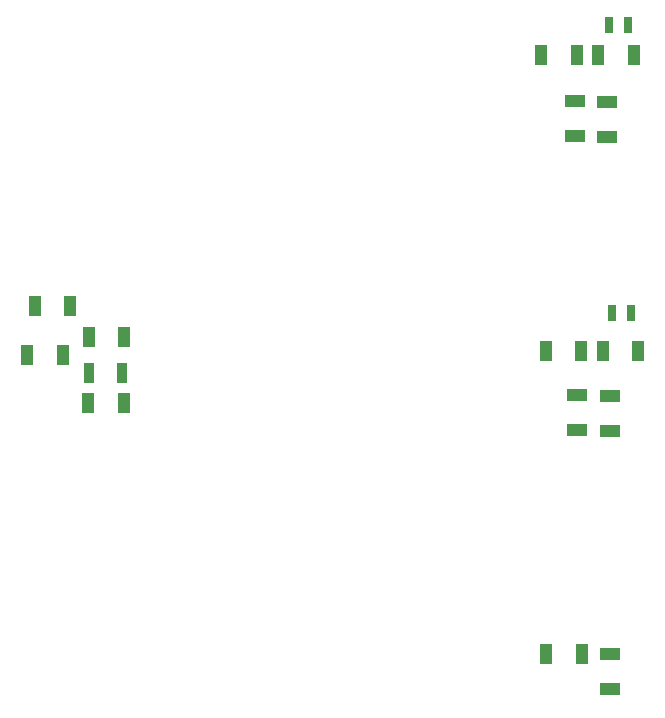
<source format=gbp>
G04*
G04 #@! TF.GenerationSoftware,Altium Limited,Altium Designer,21.6.4 (81)*
G04*
G04 Layer_Color=128*
%FSLAX25Y25*%
%MOIN*%
G70*
G04*
G04 #@! TF.SameCoordinates,F1B4013F-C6E7-459F-9AD8-EDA5B4F290C2*
G04*
G04*
G04 #@! TF.FilePolarity,Positive*
G04*
G01*
G75*
%ADD19R,0.03600X0.07100*%
G04:AMPARAMS|DCode=49|XSize=37.01mil|YSize=69.69mil|CornerRadius=2.59mil|HoleSize=0mil|Usage=FLASHONLY|Rotation=180.000|XOffset=0mil|YOffset=0mil|HoleType=Round|Shape=RoundedRectangle|*
%AMROUNDEDRECTD49*
21,1,0.03701,0.06450,0,0,180.0*
21,1,0.03183,0.06969,0,0,180.0*
1,1,0.00518,-0.01591,0.03225*
1,1,0.00518,0.01591,0.03225*
1,1,0.00518,0.01591,-0.03225*
1,1,0.00518,-0.01591,-0.03225*
%
%ADD49ROUNDEDRECTD49*%
G04:AMPARAMS|DCode=50|XSize=42.91mil|YSize=69.69mil|CornerRadius=3mil|HoleSize=0mil|Usage=FLASHONLY|Rotation=180.000|XOffset=0mil|YOffset=0mil|HoleType=Round|Shape=RoundedRectangle|*
%AMROUNDEDRECTD50*
21,1,0.04291,0.06368,0,0,180.0*
21,1,0.03691,0.06969,0,0,180.0*
1,1,0.00601,-0.01845,0.03184*
1,1,0.00601,0.01845,0.03184*
1,1,0.00601,0.01845,-0.03184*
1,1,0.00601,-0.01845,-0.03184*
%
%ADD50ROUNDEDRECTD50*%
G04:AMPARAMS|DCode=51|XSize=42.91mil|YSize=69.69mil|CornerRadius=3mil|HoleSize=0mil|Usage=FLASHONLY|Rotation=90.000|XOffset=0mil|YOffset=0mil|HoleType=Round|Shape=RoundedRectangle|*
%AMROUNDEDRECTD51*
21,1,0.04291,0.06368,0,0,90.0*
21,1,0.03691,0.06969,0,0,90.0*
1,1,0.00601,0.03184,0.01845*
1,1,0.00601,0.03184,-0.01845*
1,1,0.00601,-0.03184,-0.01845*
1,1,0.00601,-0.03184,0.01845*
%
%ADD51ROUNDEDRECTD51*%
G04:AMPARAMS|DCode=52|XSize=37.01mil|YSize=69.69mil|CornerRadius=2.59mil|HoleSize=0mil|Usage=FLASHONLY|Rotation=90.000|XOffset=0mil|YOffset=0mil|HoleType=Round|Shape=RoundedRectangle|*
%AMROUNDEDRECTD52*
21,1,0.03701,0.06450,0,0,90.0*
21,1,0.03183,0.06969,0,0,90.0*
1,1,0.00518,0.03225,0.01591*
1,1,0.00518,0.03225,-0.01591*
1,1,0.00518,-0.03225,-0.01591*
1,1,0.00518,-0.03225,0.01591*
%
%ADD52ROUNDEDRECTD52*%
%ADD53R,0.03150X0.05512*%
D19*
X42000Y148500D02*
D03*
X53000D02*
D03*
D49*
X23937Y171000D02*
D03*
X21437Y154500D02*
D03*
X41937Y160500D02*
D03*
X53563Y138500D02*
D03*
X194437Y55000D02*
D03*
X223563Y254500D02*
D03*
X204563D02*
D03*
X225063Y156000D02*
D03*
X206063D02*
D03*
D50*
X35768Y171000D02*
D03*
X33268Y154500D02*
D03*
X53768Y160500D02*
D03*
X41732Y138500D02*
D03*
X206268Y55000D02*
D03*
X211732Y254500D02*
D03*
X192732D02*
D03*
X213232Y156000D02*
D03*
X194232D02*
D03*
D51*
X215500Y43232D02*
D03*
X204030Y239315D02*
D03*
X214500Y227232D02*
D03*
X204500Y141268D02*
D03*
X215500Y129232D02*
D03*
D52*
Y55063D02*
D03*
X204030Y227484D02*
D03*
X214500Y239063D02*
D03*
X204500Y129437D02*
D03*
X215500Y141063D02*
D03*
D53*
X216350Y168500D02*
D03*
X222650D02*
D03*
X215350Y264500D02*
D03*
X221650D02*
D03*
M02*

</source>
